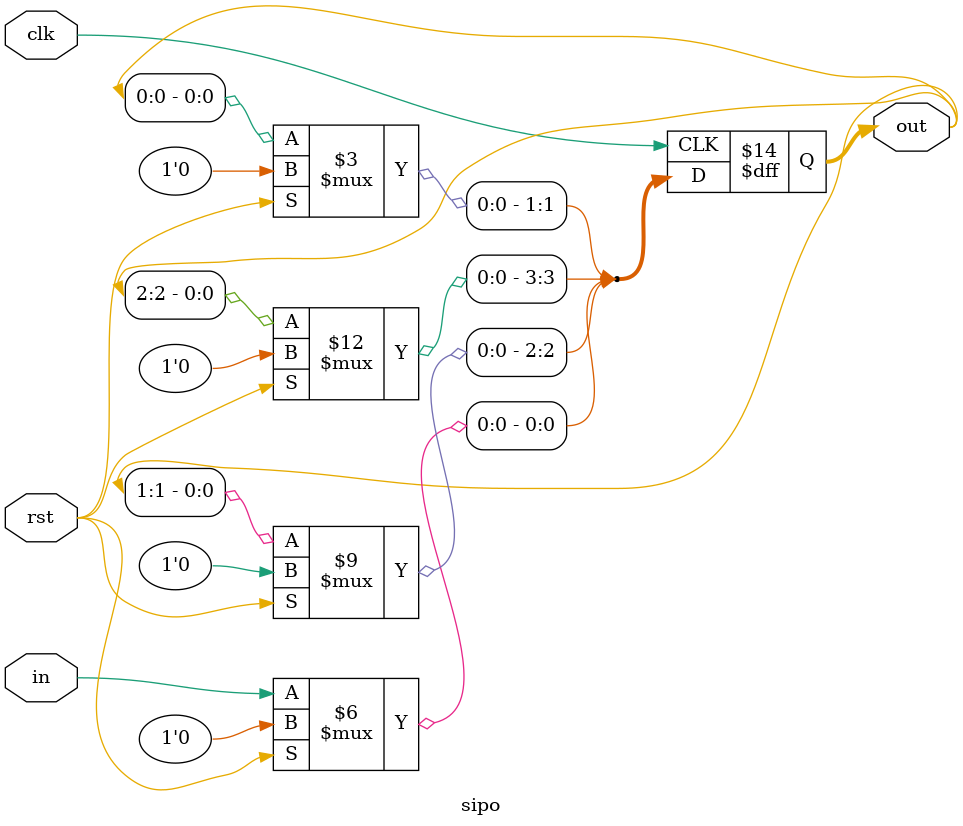
<source format=v>
module sipo (
    input in, rst, clk,
    output reg [3:0] out
);
    
    always @ (posedge clk) begin
        if(rst)
            out <= 0;
        else begin
            out[3] <= out[2];
            out[2]  <= out[1];
            out[1]  <= out[0];
            out[0]  <= in;
        end
    end
    
endmodule
</source>
